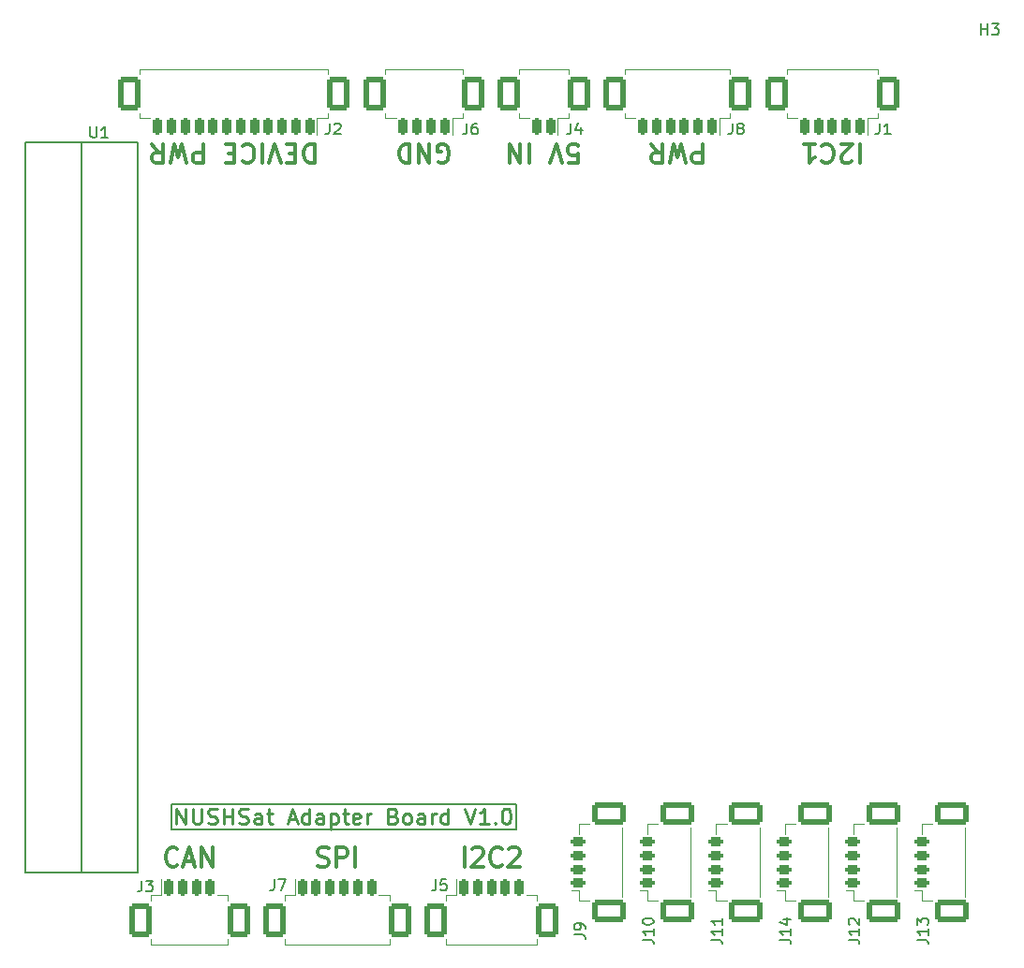
<source format=gto>
%TF.GenerationSoftware,KiCad,Pcbnew,(6.0.7)*%
%TF.CreationDate,2022-08-26T15:30:49+08:00*%
%TF.ProjectId,adapter_board,61646170-7465-4725-9f62-6f6172642e6b,rev?*%
%TF.SameCoordinates,Original*%
%TF.FileFunction,Legend,Top*%
%TF.FilePolarity,Positive*%
%FSLAX46Y46*%
G04 Gerber Fmt 4.6, Leading zero omitted, Abs format (unit mm)*
G04 Created by KiCad (PCBNEW (6.0.7)) date 2022-08-26 15:30:49*
%MOMM*%
%LPD*%
G01*
G04 APERTURE LIST*
G04 Aperture macros list*
%AMRoundRect*
0 Rectangle with rounded corners*
0 $1 Rounding radius*
0 $2 $3 $4 $5 $6 $7 $8 $9 X,Y pos of 4 corners*
0 Add a 4 corners polygon primitive as box body*
4,1,4,$2,$3,$4,$5,$6,$7,$8,$9,$2,$3,0*
0 Add four circle primitives for the rounded corners*
1,1,$1+$1,$2,$3*
1,1,$1+$1,$4,$5*
1,1,$1+$1,$6,$7*
1,1,$1+$1,$8,$9*
0 Add four rect primitives between the rounded corners*
20,1,$1+$1,$2,$3,$4,$5,0*
20,1,$1+$1,$4,$5,$6,$7,0*
20,1,$1+$1,$6,$7,$8,$9,0*
20,1,$1+$1,$8,$9,$2,$3,0*%
G04 Aperture macros list end*
%ADD10C,0.160000*%
%ADD11C,0.300000*%
%ADD12C,0.220000*%
%ADD13C,0.150000*%
%ADD14C,0.120000*%
%ADD15C,0.200000*%
%ADD16RoundRect,0.200000X0.450000X-0.200000X0.450000X0.200000X-0.450000X0.200000X-0.450000X-0.200000X0*%
%ADD17RoundRect,0.250001X1.249999X-0.799999X1.249999X0.799999X-1.249999X0.799999X-1.249999X-0.799999X0*%
%ADD18RoundRect,0.200000X-0.200000X-0.600000X0.200000X-0.600000X0.200000X0.600000X-0.200000X0.600000X0*%
%ADD19RoundRect,0.250001X-0.799999X-1.249999X0.799999X-1.249999X0.799999X1.249999X-0.799999X1.249999X0*%
%ADD20RoundRect,0.200000X0.200000X0.600000X-0.200000X0.600000X-0.200000X-0.600000X0.200000X-0.600000X0*%
%ADD21RoundRect,0.250001X0.799999X1.249999X-0.799999X1.249999X-0.799999X-1.249999X0.799999X-1.249999X0*%
%ADD22C,5.600000*%
%ADD23R,1.600000X1.600000*%
%ADD24C,1.600000*%
G04 APERTURE END LIST*
D10*
X125000000Y-119000000D02*
X156100000Y-119000000D01*
X156100000Y-119000000D02*
X156100000Y-121300000D01*
X156100000Y-121300000D02*
X125000000Y-121300000D01*
X125000000Y-121300000D02*
X125000000Y-119000000D01*
D11*
X151430952Y-124669047D02*
X151430952Y-122969047D01*
X152159523Y-123130952D02*
X152240476Y-123050000D01*
X152402380Y-122969047D01*
X152807142Y-122969047D01*
X152969047Y-123050000D01*
X153050000Y-123130952D01*
X153130952Y-123292857D01*
X153130952Y-123454761D01*
X153050000Y-123697619D01*
X152078571Y-124669047D01*
X153130952Y-124669047D01*
X154830952Y-124507142D02*
X154750000Y-124588095D01*
X154507142Y-124669047D01*
X154345238Y-124669047D01*
X154102380Y-124588095D01*
X153940476Y-124426190D01*
X153859523Y-124264285D01*
X153778571Y-123940476D01*
X153778571Y-123697619D01*
X153859523Y-123373809D01*
X153940476Y-123211904D01*
X154102380Y-123050000D01*
X154345238Y-122969047D01*
X154507142Y-122969047D01*
X154750000Y-123050000D01*
X154830952Y-123130952D01*
X155478571Y-123130952D02*
X155559523Y-123050000D01*
X155721428Y-122969047D01*
X156126190Y-122969047D01*
X156288095Y-123050000D01*
X156369047Y-123130952D01*
X156450000Y-123292857D01*
X156450000Y-123454761D01*
X156369047Y-123697619D01*
X155397619Y-124669047D01*
X156450000Y-124669047D01*
X160866666Y-61030952D02*
X161676190Y-61030952D01*
X161757142Y-60221428D01*
X161676190Y-60302380D01*
X161514285Y-60383333D01*
X161109523Y-60383333D01*
X160947619Y-60302380D01*
X160866666Y-60221428D01*
X160785714Y-60059523D01*
X160785714Y-59654761D01*
X160866666Y-59492857D01*
X160947619Y-59411904D01*
X161109523Y-59330952D01*
X161514285Y-59330952D01*
X161676190Y-59411904D01*
X161757142Y-59492857D01*
X160300000Y-61030952D02*
X159733333Y-59330952D01*
X159166666Y-61030952D01*
X157304761Y-59330952D02*
X157304761Y-61030952D01*
X156495238Y-59330952D02*
X156495238Y-61030952D01*
X155523809Y-59330952D01*
X155523809Y-61030952D01*
X149095237Y-60950000D02*
X149257141Y-61030952D01*
X149499999Y-61030952D01*
X149742856Y-60950000D01*
X149904760Y-60788095D01*
X149985713Y-60626190D01*
X150066665Y-60302380D01*
X150066665Y-60059523D01*
X149985713Y-59735714D01*
X149904760Y-59573809D01*
X149742856Y-59411904D01*
X149499999Y-59330952D01*
X149338094Y-59330952D01*
X149095237Y-59411904D01*
X149014284Y-59492857D01*
X149014284Y-60059523D01*
X149338094Y-60059523D01*
X148285713Y-59330952D02*
X148285713Y-61030952D01*
X147314284Y-59330952D01*
X147314284Y-61030952D01*
X146504760Y-59330952D02*
X146504760Y-61030952D01*
X146099999Y-61030952D01*
X145857141Y-60950000D01*
X145695237Y-60788095D01*
X145614284Y-60626190D01*
X145533332Y-60302380D01*
X145533332Y-60059523D01*
X145614284Y-59735714D01*
X145695237Y-59573809D01*
X145857141Y-59411904D01*
X146099999Y-59330952D01*
X146504760Y-59330952D01*
X138184523Y-124588095D02*
X138427380Y-124669047D01*
X138832142Y-124669047D01*
X138994047Y-124588095D01*
X139075000Y-124507142D01*
X139155952Y-124345238D01*
X139155952Y-124183333D01*
X139075000Y-124021428D01*
X138994047Y-123940476D01*
X138832142Y-123859523D01*
X138508333Y-123778571D01*
X138346428Y-123697619D01*
X138265476Y-123616666D01*
X138184523Y-123454761D01*
X138184523Y-123292857D01*
X138265476Y-123130952D01*
X138346428Y-123050000D01*
X138508333Y-122969047D01*
X138913095Y-122969047D01*
X139155952Y-123050000D01*
X139884523Y-124669047D02*
X139884523Y-122969047D01*
X140532142Y-122969047D01*
X140694047Y-123050000D01*
X140775000Y-123130952D01*
X140855952Y-123292857D01*
X140855952Y-123535714D01*
X140775000Y-123697619D01*
X140694047Y-123778571D01*
X140532142Y-123859523D01*
X139884523Y-123859523D01*
X141584523Y-124669047D02*
X141584523Y-122969047D01*
X172966666Y-59330952D02*
X172966666Y-61030952D01*
X172319047Y-61030952D01*
X172157142Y-60950000D01*
X172076190Y-60869047D01*
X171995238Y-60707142D01*
X171995238Y-60464285D01*
X172076190Y-60302380D01*
X172157142Y-60221428D01*
X172319047Y-60140476D01*
X172966666Y-60140476D01*
X171428571Y-61030952D02*
X171023809Y-59330952D01*
X170700000Y-60545238D01*
X170376190Y-59330952D01*
X169971428Y-61030952D01*
X168352380Y-59330952D02*
X168919047Y-60140476D01*
X169323809Y-59330952D02*
X169323809Y-61030952D01*
X168676190Y-61030952D01*
X168514285Y-60950000D01*
X168433333Y-60869047D01*
X168352380Y-60707142D01*
X168352380Y-60464285D01*
X168433333Y-60302380D01*
X168514285Y-60221428D01*
X168676190Y-60140476D01*
X169323809Y-60140476D01*
X187169047Y-59330952D02*
X187169047Y-61030952D01*
X186440476Y-60869047D02*
X186359523Y-60950000D01*
X186197619Y-61030952D01*
X185792857Y-61030952D01*
X185630952Y-60950000D01*
X185550000Y-60869047D01*
X185469047Y-60707142D01*
X185469047Y-60545238D01*
X185550000Y-60302380D01*
X186521428Y-59330952D01*
X185469047Y-59330952D01*
X183769047Y-59492857D02*
X183850000Y-59411904D01*
X184092857Y-59330952D01*
X184254761Y-59330952D01*
X184497619Y-59411904D01*
X184659523Y-59573809D01*
X184740476Y-59735714D01*
X184821428Y-60059523D01*
X184821428Y-60302380D01*
X184740476Y-60626190D01*
X184659523Y-60788095D01*
X184497619Y-60950000D01*
X184254761Y-61030952D01*
X184092857Y-61030952D01*
X183850000Y-60950000D01*
X183769047Y-60869047D01*
X182150000Y-59330952D02*
X183121428Y-59330952D01*
X182635714Y-59330952D02*
X182635714Y-61030952D01*
X182797619Y-60788095D01*
X182959523Y-60626190D01*
X183121428Y-60545238D01*
X125507142Y-124507142D02*
X125426190Y-124588095D01*
X125183333Y-124669047D01*
X125021428Y-124669047D01*
X124778571Y-124588095D01*
X124616666Y-124426190D01*
X124535714Y-124264285D01*
X124454761Y-123940476D01*
X124454761Y-123697619D01*
X124535714Y-123373809D01*
X124616666Y-123211904D01*
X124778571Y-123050000D01*
X125021428Y-122969047D01*
X125183333Y-122969047D01*
X125426190Y-123050000D01*
X125507142Y-123130952D01*
X126154761Y-124183333D02*
X126964285Y-124183333D01*
X125992857Y-124669047D02*
X126559523Y-122969047D01*
X127126190Y-124669047D01*
X127692857Y-124669047D02*
X127692857Y-122969047D01*
X128664285Y-124669047D01*
X128664285Y-122969047D01*
D12*
X125433333Y-120833333D02*
X125433333Y-119433333D01*
X126233333Y-120833333D01*
X126233333Y-119433333D01*
X126900000Y-119433333D02*
X126900000Y-120566666D01*
X126966666Y-120700000D01*
X127033333Y-120766666D01*
X127166666Y-120833333D01*
X127433333Y-120833333D01*
X127566666Y-120766666D01*
X127633333Y-120700000D01*
X127700000Y-120566666D01*
X127700000Y-119433333D01*
X128300000Y-120766666D02*
X128500000Y-120833333D01*
X128833333Y-120833333D01*
X128966666Y-120766666D01*
X129033333Y-120700000D01*
X129100000Y-120566666D01*
X129100000Y-120433333D01*
X129033333Y-120300000D01*
X128966666Y-120233333D01*
X128833333Y-120166666D01*
X128566666Y-120100000D01*
X128433333Y-120033333D01*
X128366666Y-119966666D01*
X128300000Y-119833333D01*
X128300000Y-119700000D01*
X128366666Y-119566666D01*
X128433333Y-119500000D01*
X128566666Y-119433333D01*
X128900000Y-119433333D01*
X129100000Y-119500000D01*
X129700000Y-120833333D02*
X129700000Y-119433333D01*
X129700000Y-120100000D02*
X130500000Y-120100000D01*
X130500000Y-120833333D02*
X130500000Y-119433333D01*
X131100000Y-120766666D02*
X131300000Y-120833333D01*
X131633333Y-120833333D01*
X131766666Y-120766666D01*
X131833333Y-120700000D01*
X131900000Y-120566666D01*
X131900000Y-120433333D01*
X131833333Y-120300000D01*
X131766666Y-120233333D01*
X131633333Y-120166666D01*
X131366666Y-120100000D01*
X131233333Y-120033333D01*
X131166666Y-119966666D01*
X131100000Y-119833333D01*
X131100000Y-119700000D01*
X131166666Y-119566666D01*
X131233333Y-119500000D01*
X131366666Y-119433333D01*
X131700000Y-119433333D01*
X131900000Y-119500000D01*
X133100000Y-120833333D02*
X133100000Y-120100000D01*
X133033333Y-119966666D01*
X132900000Y-119900000D01*
X132633333Y-119900000D01*
X132500000Y-119966666D01*
X133100000Y-120766666D02*
X132966666Y-120833333D01*
X132633333Y-120833333D01*
X132500000Y-120766666D01*
X132433333Y-120633333D01*
X132433333Y-120500000D01*
X132500000Y-120366666D01*
X132633333Y-120300000D01*
X132966666Y-120300000D01*
X133100000Y-120233333D01*
X133566666Y-119900000D02*
X134100000Y-119900000D01*
X133766666Y-119433333D02*
X133766666Y-120633333D01*
X133833333Y-120766666D01*
X133966666Y-120833333D01*
X134100000Y-120833333D01*
X135566666Y-120433333D02*
X136233333Y-120433333D01*
X135433333Y-120833333D02*
X135900000Y-119433333D01*
X136366666Y-120833333D01*
X137433333Y-120833333D02*
X137433333Y-119433333D01*
X137433333Y-120766666D02*
X137300000Y-120833333D01*
X137033333Y-120833333D01*
X136900000Y-120766666D01*
X136833333Y-120700000D01*
X136766666Y-120566666D01*
X136766666Y-120166666D01*
X136833333Y-120033333D01*
X136900000Y-119966666D01*
X137033333Y-119900000D01*
X137300000Y-119900000D01*
X137433333Y-119966666D01*
X138700000Y-120833333D02*
X138700000Y-120100000D01*
X138633333Y-119966666D01*
X138500000Y-119900000D01*
X138233333Y-119900000D01*
X138100000Y-119966666D01*
X138700000Y-120766666D02*
X138566666Y-120833333D01*
X138233333Y-120833333D01*
X138100000Y-120766666D01*
X138033333Y-120633333D01*
X138033333Y-120500000D01*
X138100000Y-120366666D01*
X138233333Y-120300000D01*
X138566666Y-120300000D01*
X138700000Y-120233333D01*
X139366666Y-119900000D02*
X139366666Y-121300000D01*
X139366666Y-119966666D02*
X139500000Y-119900000D01*
X139766666Y-119900000D01*
X139900000Y-119966666D01*
X139966666Y-120033333D01*
X140033333Y-120166666D01*
X140033333Y-120566666D01*
X139966666Y-120700000D01*
X139900000Y-120766666D01*
X139766666Y-120833333D01*
X139500000Y-120833333D01*
X139366666Y-120766666D01*
X140433333Y-119900000D02*
X140966666Y-119900000D01*
X140633333Y-119433333D02*
X140633333Y-120633333D01*
X140700000Y-120766666D01*
X140833333Y-120833333D01*
X140966666Y-120833333D01*
X141966666Y-120766666D02*
X141833333Y-120833333D01*
X141566666Y-120833333D01*
X141433333Y-120766666D01*
X141366666Y-120633333D01*
X141366666Y-120100000D01*
X141433333Y-119966666D01*
X141566666Y-119900000D01*
X141833333Y-119900000D01*
X141966666Y-119966666D01*
X142033333Y-120100000D01*
X142033333Y-120233333D01*
X141366666Y-120366666D01*
X142633333Y-120833333D02*
X142633333Y-119900000D01*
X142633333Y-120166666D02*
X142700000Y-120033333D01*
X142766666Y-119966666D01*
X142900000Y-119900000D01*
X143033333Y-119900000D01*
X145033333Y-120100000D02*
X145233333Y-120166666D01*
X145300000Y-120233333D01*
X145366666Y-120366666D01*
X145366666Y-120566666D01*
X145300000Y-120700000D01*
X145233333Y-120766666D01*
X145100000Y-120833333D01*
X144566666Y-120833333D01*
X144566666Y-119433333D01*
X145033333Y-119433333D01*
X145166666Y-119500000D01*
X145233333Y-119566666D01*
X145300000Y-119700000D01*
X145300000Y-119833333D01*
X145233333Y-119966666D01*
X145166666Y-120033333D01*
X145033333Y-120100000D01*
X144566666Y-120100000D01*
X146166666Y-120833333D02*
X146033333Y-120766666D01*
X145966666Y-120700000D01*
X145900000Y-120566666D01*
X145900000Y-120166666D01*
X145966666Y-120033333D01*
X146033333Y-119966666D01*
X146166666Y-119900000D01*
X146366666Y-119900000D01*
X146500000Y-119966666D01*
X146566666Y-120033333D01*
X146633333Y-120166666D01*
X146633333Y-120566666D01*
X146566666Y-120700000D01*
X146500000Y-120766666D01*
X146366666Y-120833333D01*
X146166666Y-120833333D01*
X147833333Y-120833333D02*
X147833333Y-120100000D01*
X147766666Y-119966666D01*
X147633333Y-119900000D01*
X147366666Y-119900000D01*
X147233333Y-119966666D01*
X147833333Y-120766666D02*
X147700000Y-120833333D01*
X147366666Y-120833333D01*
X147233333Y-120766666D01*
X147166666Y-120633333D01*
X147166666Y-120500000D01*
X147233333Y-120366666D01*
X147366666Y-120300000D01*
X147700000Y-120300000D01*
X147833333Y-120233333D01*
X148500000Y-120833333D02*
X148500000Y-119900000D01*
X148500000Y-120166666D02*
X148566666Y-120033333D01*
X148633333Y-119966666D01*
X148766666Y-119900000D01*
X148900000Y-119900000D01*
X149966666Y-120833333D02*
X149966666Y-119433333D01*
X149966666Y-120766666D02*
X149833333Y-120833333D01*
X149566666Y-120833333D01*
X149433333Y-120766666D01*
X149366666Y-120700000D01*
X149300000Y-120566666D01*
X149300000Y-120166666D01*
X149366666Y-120033333D01*
X149433333Y-119966666D01*
X149566666Y-119900000D01*
X149833333Y-119900000D01*
X149966666Y-119966666D01*
X151500000Y-119433333D02*
X151966666Y-120833333D01*
X152433333Y-119433333D01*
X153633333Y-120833333D02*
X152833333Y-120833333D01*
X153233333Y-120833333D02*
X153233333Y-119433333D01*
X153100000Y-119633333D01*
X152966666Y-119766666D01*
X152833333Y-119833333D01*
X154233333Y-120700000D02*
X154300000Y-120766666D01*
X154233333Y-120833333D01*
X154166666Y-120766666D01*
X154233333Y-120700000D01*
X154233333Y-120833333D01*
X155166666Y-119433333D02*
X155300000Y-119433333D01*
X155433333Y-119500000D01*
X155500000Y-119566666D01*
X155566666Y-119700000D01*
X155633333Y-119966666D01*
X155633333Y-120300000D01*
X155566666Y-120566666D01*
X155500000Y-120700000D01*
X155433333Y-120766666D01*
X155300000Y-120833333D01*
X155166666Y-120833333D01*
X155033333Y-120766666D01*
X154966666Y-120700000D01*
X154900000Y-120566666D01*
X154833333Y-120300000D01*
X154833333Y-119966666D01*
X154900000Y-119700000D01*
X154966666Y-119566666D01*
X155033333Y-119500000D01*
X155166666Y-119433333D01*
D11*
X137885713Y-59330952D02*
X137885713Y-61030952D01*
X137480951Y-61030952D01*
X137238094Y-60950000D01*
X137076189Y-60788095D01*
X136995237Y-60626190D01*
X136914284Y-60302380D01*
X136914284Y-60059523D01*
X136995237Y-59735714D01*
X137076189Y-59573809D01*
X137238094Y-59411904D01*
X137480951Y-59330952D01*
X137885713Y-59330952D01*
X136185713Y-60221428D02*
X135619046Y-60221428D01*
X135376189Y-59330952D02*
X136185713Y-59330952D01*
X136185713Y-61030952D01*
X135376189Y-61030952D01*
X134890475Y-61030952D02*
X134323808Y-59330952D01*
X133757141Y-61030952D01*
X133190475Y-59330952D02*
X133190475Y-61030952D01*
X131409522Y-59492857D02*
X131490475Y-59411904D01*
X131733332Y-59330952D01*
X131895237Y-59330952D01*
X132138094Y-59411904D01*
X132299999Y-59573809D01*
X132380951Y-59735714D01*
X132461903Y-60059523D01*
X132461903Y-60302380D01*
X132380951Y-60626190D01*
X132299999Y-60788095D01*
X132138094Y-60950000D01*
X131895237Y-61030952D01*
X131733332Y-61030952D01*
X131490475Y-60950000D01*
X131409522Y-60869047D01*
X130680951Y-60221428D02*
X130114284Y-60221428D01*
X129871427Y-59330952D02*
X130680951Y-59330952D01*
X130680951Y-61030952D01*
X129871427Y-61030952D01*
X127847618Y-59330952D02*
X127847618Y-61030952D01*
X127199999Y-61030952D01*
X127038094Y-60950000D01*
X126957141Y-60869047D01*
X126876189Y-60707142D01*
X126876189Y-60464285D01*
X126957141Y-60302380D01*
X127038094Y-60221428D01*
X127199999Y-60140476D01*
X127847618Y-60140476D01*
X126309522Y-61030952D02*
X125904760Y-59330952D01*
X125580951Y-60545238D01*
X125257141Y-59330952D01*
X124852379Y-61030952D01*
X123233332Y-59330952D02*
X123799999Y-60140476D01*
X124204760Y-59330952D02*
X124204760Y-61030952D01*
X123557141Y-61030952D01*
X123395237Y-60950000D01*
X123314284Y-60869047D01*
X123233332Y-60707142D01*
X123233332Y-60464285D01*
X123314284Y-60302380D01*
X123395237Y-60221428D01*
X123557141Y-60140476D01*
X124204760Y-60140476D01*
D13*
%TO.C,J9*%
X161352380Y-130833333D02*
X162066666Y-130833333D01*
X162209523Y-130880952D01*
X162304761Y-130976190D01*
X162352380Y-131119047D01*
X162352380Y-131214285D01*
X162352380Y-130309523D02*
X162352380Y-130119047D01*
X162304761Y-130023809D01*
X162257142Y-129976190D01*
X162114285Y-129880952D01*
X161923809Y-129833333D01*
X161542857Y-129833333D01*
X161447619Y-129880952D01*
X161400000Y-129928571D01*
X161352380Y-130023809D01*
X161352380Y-130214285D01*
X161400000Y-130309523D01*
X161447619Y-130357142D01*
X161542857Y-130404761D01*
X161780952Y-130404761D01*
X161876190Y-130357142D01*
X161923809Y-130309523D01*
X161971428Y-130214285D01*
X161971428Y-130023809D01*
X161923809Y-129928571D01*
X161876190Y-129880952D01*
X161780952Y-129833333D01*
%TO.C,J14*%
X179952380Y-131309523D02*
X180666666Y-131309523D01*
X180809523Y-131357142D01*
X180904761Y-131452380D01*
X180952380Y-131595238D01*
X180952380Y-131690476D01*
X180952380Y-130309523D02*
X180952380Y-130880952D01*
X180952380Y-130595238D02*
X179952380Y-130595238D01*
X180095238Y-130690476D01*
X180190476Y-130785714D01*
X180238095Y-130880952D01*
X180285714Y-129452380D02*
X180952380Y-129452380D01*
X179904761Y-129690476D02*
X180619047Y-129928571D01*
X180619047Y-129309523D01*
%TO.C,J7*%
X134266666Y-125852380D02*
X134266666Y-126566666D01*
X134219047Y-126709523D01*
X134123809Y-126804761D01*
X133980952Y-126852380D01*
X133885714Y-126852380D01*
X134647619Y-125852380D02*
X135314285Y-125852380D01*
X134885714Y-126852380D01*
%TO.C,J1*%
X188966666Y-57452380D02*
X188966666Y-58166666D01*
X188919047Y-58309523D01*
X188823809Y-58404761D01*
X188680952Y-58452380D01*
X188585714Y-58452380D01*
X189966666Y-58452380D02*
X189395238Y-58452380D01*
X189680952Y-58452380D02*
X189680952Y-57452380D01*
X189585714Y-57595238D01*
X189490476Y-57690476D01*
X189395238Y-57738095D01*
%TO.C,J2*%
X139266666Y-57452380D02*
X139266666Y-58166666D01*
X139219047Y-58309523D01*
X139123809Y-58404761D01*
X138980952Y-58452380D01*
X138885714Y-58452380D01*
X139695238Y-57547619D02*
X139742857Y-57500000D01*
X139838095Y-57452380D01*
X140076190Y-57452380D01*
X140171428Y-57500000D01*
X140219047Y-57547619D01*
X140266666Y-57642857D01*
X140266666Y-57738095D01*
X140219047Y-57880952D01*
X139647619Y-58452380D01*
X140266666Y-58452380D01*
%TO.C,H3*%
X198151439Y-49465603D02*
X198151439Y-48465603D01*
X198151439Y-48941794D02*
X198722867Y-48941794D01*
X198722867Y-49465603D02*
X198722867Y-48465603D01*
X199103820Y-48465603D02*
X199722867Y-48465603D01*
X199389534Y-48846556D01*
X199532391Y-48846556D01*
X199627629Y-48894175D01*
X199675248Y-48941794D01*
X199722867Y-49037032D01*
X199722867Y-49275127D01*
X199675248Y-49370365D01*
X199627629Y-49417984D01*
X199532391Y-49465603D01*
X199246677Y-49465603D01*
X199151439Y-49417984D01*
X199103820Y-49370365D01*
%TO.C,J4*%
X161066666Y-57452380D02*
X161066666Y-58166666D01*
X161019047Y-58309523D01*
X160923809Y-58404761D01*
X160780952Y-58452380D01*
X160685714Y-58452380D01*
X161971428Y-57785714D02*
X161971428Y-58452380D01*
X161733333Y-57404761D02*
X161495238Y-58119047D01*
X162114285Y-58119047D01*
%TO.C,J8*%
X175666666Y-57452380D02*
X175666666Y-58166666D01*
X175619047Y-58309523D01*
X175523809Y-58404761D01*
X175380952Y-58452380D01*
X175285714Y-58452380D01*
X176285714Y-57880952D02*
X176190476Y-57833333D01*
X176142857Y-57785714D01*
X176095238Y-57690476D01*
X176095238Y-57642857D01*
X176142857Y-57547619D01*
X176190476Y-57500000D01*
X176285714Y-57452380D01*
X176476190Y-57452380D01*
X176571428Y-57500000D01*
X176619047Y-57547619D01*
X176666666Y-57642857D01*
X176666666Y-57690476D01*
X176619047Y-57785714D01*
X176571428Y-57833333D01*
X176476190Y-57880952D01*
X176285714Y-57880952D01*
X176190476Y-57928571D01*
X176142857Y-57976190D01*
X176095238Y-58071428D01*
X176095238Y-58261904D01*
X176142857Y-58357142D01*
X176190476Y-58404761D01*
X176285714Y-58452380D01*
X176476190Y-58452380D01*
X176571428Y-58404761D01*
X176619047Y-58357142D01*
X176666666Y-58261904D01*
X176666666Y-58071428D01*
X176619047Y-57976190D01*
X176571428Y-57928571D01*
X176476190Y-57880952D01*
%TO.C,J3*%
X122266666Y-125952380D02*
X122266666Y-126666666D01*
X122219047Y-126809523D01*
X122123809Y-126904761D01*
X121980952Y-126952380D01*
X121885714Y-126952380D01*
X122647619Y-125952380D02*
X123266666Y-125952380D01*
X122933333Y-126333333D01*
X123076190Y-126333333D01*
X123171428Y-126380952D01*
X123219047Y-126428571D01*
X123266666Y-126523809D01*
X123266666Y-126761904D01*
X123219047Y-126857142D01*
X123171428Y-126904761D01*
X123076190Y-126952380D01*
X122790476Y-126952380D01*
X122695238Y-126904761D01*
X122647619Y-126857142D01*
%TO.C,U1*%
X117638095Y-57752380D02*
X117638095Y-58561904D01*
X117685714Y-58657142D01*
X117733333Y-58704761D01*
X117828571Y-58752380D01*
X118019047Y-58752380D01*
X118114285Y-58704761D01*
X118161904Y-58657142D01*
X118209523Y-58561904D01*
X118209523Y-57752380D01*
X119209523Y-58752380D02*
X118638095Y-58752380D01*
X118923809Y-58752380D02*
X118923809Y-57752380D01*
X118828571Y-57895238D01*
X118733333Y-57990476D01*
X118638095Y-58038095D01*
%TO.C,J13*%
X192352380Y-131309523D02*
X193066666Y-131309523D01*
X193209523Y-131357142D01*
X193304761Y-131452380D01*
X193352380Y-131595238D01*
X193352380Y-131690476D01*
X193352380Y-130309523D02*
X193352380Y-130880952D01*
X193352380Y-130595238D02*
X192352380Y-130595238D01*
X192495238Y-130690476D01*
X192590476Y-130785714D01*
X192638095Y-130880952D01*
X192352380Y-129976190D02*
X192352380Y-129357142D01*
X192733333Y-129690476D01*
X192733333Y-129547619D01*
X192780952Y-129452380D01*
X192828571Y-129404761D01*
X192923809Y-129357142D01*
X193161904Y-129357142D01*
X193257142Y-129404761D01*
X193304761Y-129452380D01*
X193352380Y-129547619D01*
X193352380Y-129833333D01*
X193304761Y-129928571D01*
X193257142Y-129976190D01*
%TO.C,J6*%
X151666666Y-57452380D02*
X151666666Y-58166666D01*
X151619047Y-58309523D01*
X151523809Y-58404761D01*
X151380952Y-58452380D01*
X151285714Y-58452380D01*
X152571428Y-57452380D02*
X152380952Y-57452380D01*
X152285714Y-57500000D01*
X152238095Y-57547619D01*
X152142857Y-57690476D01*
X152095238Y-57880952D01*
X152095238Y-58261904D01*
X152142857Y-58357142D01*
X152190476Y-58404761D01*
X152285714Y-58452380D01*
X152476190Y-58452380D01*
X152571428Y-58404761D01*
X152619047Y-58357142D01*
X152666666Y-58261904D01*
X152666666Y-58023809D01*
X152619047Y-57928571D01*
X152571428Y-57880952D01*
X152476190Y-57833333D01*
X152285714Y-57833333D01*
X152190476Y-57880952D01*
X152142857Y-57928571D01*
X152095238Y-58023809D01*
%TO.C,J10*%
X167552380Y-131309523D02*
X168266666Y-131309523D01*
X168409523Y-131357142D01*
X168504761Y-131452380D01*
X168552380Y-131595238D01*
X168552380Y-131690476D01*
X168552380Y-130309523D02*
X168552380Y-130880952D01*
X168552380Y-130595238D02*
X167552380Y-130595238D01*
X167695238Y-130690476D01*
X167790476Y-130785714D01*
X167838095Y-130880952D01*
X167552380Y-129690476D02*
X167552380Y-129595238D01*
X167600000Y-129500000D01*
X167647619Y-129452380D01*
X167742857Y-129404761D01*
X167933333Y-129357142D01*
X168171428Y-129357142D01*
X168361904Y-129404761D01*
X168457142Y-129452380D01*
X168504761Y-129500000D01*
X168552380Y-129595238D01*
X168552380Y-129690476D01*
X168504761Y-129785714D01*
X168457142Y-129833333D01*
X168361904Y-129880952D01*
X168171428Y-129928571D01*
X167933333Y-129928571D01*
X167742857Y-129880952D01*
X167647619Y-129833333D01*
X167600000Y-129785714D01*
X167552380Y-129690476D01*
%TO.C,J11*%
X173752380Y-131309523D02*
X174466666Y-131309523D01*
X174609523Y-131357142D01*
X174704761Y-131452380D01*
X174752380Y-131595238D01*
X174752380Y-131690476D01*
X174752380Y-130309523D02*
X174752380Y-130880952D01*
X174752380Y-130595238D02*
X173752380Y-130595238D01*
X173895238Y-130690476D01*
X173990476Y-130785714D01*
X174038095Y-130880952D01*
X174752380Y-129357142D02*
X174752380Y-129928571D01*
X174752380Y-129642857D02*
X173752380Y-129642857D01*
X173895238Y-129738095D01*
X173990476Y-129833333D01*
X174038095Y-129928571D01*
%TO.C,J5*%
X148866666Y-125852380D02*
X148866666Y-126566666D01*
X148819047Y-126709523D01*
X148723809Y-126804761D01*
X148580952Y-126852380D01*
X148485714Y-126852380D01*
X149819047Y-125852380D02*
X149342857Y-125852380D01*
X149295238Y-126328571D01*
X149342857Y-126280952D01*
X149438095Y-126233333D01*
X149676190Y-126233333D01*
X149771428Y-126280952D01*
X149819047Y-126328571D01*
X149866666Y-126423809D01*
X149866666Y-126661904D01*
X149819047Y-126757142D01*
X149771428Y-126804761D01*
X149676190Y-126852380D01*
X149438095Y-126852380D01*
X149342857Y-126804761D01*
X149295238Y-126757142D01*
%TO.C,J12*%
X186152380Y-131309523D02*
X186866666Y-131309523D01*
X187009523Y-131357142D01*
X187104761Y-131452380D01*
X187152380Y-131595238D01*
X187152380Y-131690476D01*
X187152380Y-130309523D02*
X187152380Y-130880952D01*
X187152380Y-130595238D02*
X186152380Y-130595238D01*
X186295238Y-130690476D01*
X186390476Y-130785714D01*
X186438095Y-130880952D01*
X186247619Y-129928571D02*
X186200000Y-129880952D01*
X186152380Y-129785714D01*
X186152380Y-129547619D01*
X186200000Y-129452380D01*
X186247619Y-129404761D01*
X186342857Y-129357142D01*
X186438095Y-129357142D01*
X186580952Y-129404761D01*
X187152380Y-129976190D01*
X187152380Y-129357142D01*
D14*
%TO.C,J9*%
X162740000Y-127785000D02*
X161790000Y-127785000D01*
X161790000Y-120815000D02*
X161790000Y-121765000D01*
X162740000Y-120815000D02*
X161790000Y-120815000D01*
X161790000Y-127785000D02*
X161790000Y-126835000D01*
X165710000Y-127415000D02*
X165710000Y-121185000D01*
X161790000Y-126835000D02*
X161100000Y-126835000D01*
%TO.C,J14*%
X180390000Y-127785000D02*
X180390000Y-126835000D01*
X180390000Y-120815000D02*
X180390000Y-121765000D01*
X184310000Y-127415000D02*
X184310000Y-121185000D01*
X181340000Y-120815000D02*
X180390000Y-120815000D01*
X181340000Y-127785000D02*
X180390000Y-127785000D01*
X180390000Y-126835000D02*
X179700000Y-126835000D01*
%TO.C,J7*%
X135190000Y-131260000D02*
X135190000Y-131710000D01*
X136140000Y-127290000D02*
X136140000Y-125800000D01*
X135190000Y-127740000D02*
X135190000Y-127290000D01*
X135190000Y-127290000D02*
X136140000Y-127290000D01*
X144660000Y-131710000D02*
X144660000Y-131260000D01*
X135190000Y-131710000D02*
X144660000Y-131710000D01*
X144660000Y-127740000D02*
X144660000Y-127290000D01*
X144660000Y-127290000D02*
X143710000Y-127290000D01*
%TO.C,J1*%
X188810000Y-57010000D02*
X187860000Y-57010000D01*
X180590000Y-57010000D02*
X181540000Y-57010000D01*
X188810000Y-56560000D02*
X188810000Y-57010000D01*
X180590000Y-56560000D02*
X180590000Y-57010000D01*
X188810000Y-53040000D02*
X188810000Y-52590000D01*
X180590000Y-52590000D02*
X180590000Y-53040000D01*
X188810000Y-52590000D02*
X180590000Y-52590000D01*
X187860000Y-57010000D02*
X187860000Y-58500000D01*
%TO.C,J2*%
X138135000Y-57010000D02*
X138135000Y-58500000D01*
X122115000Y-56560000D02*
X122115000Y-57010000D01*
X139085000Y-57010000D02*
X138135000Y-57010000D01*
X122115000Y-52590000D02*
X122115000Y-53040000D01*
X139085000Y-52590000D02*
X122115000Y-52590000D01*
X139085000Y-56560000D02*
X139085000Y-57010000D01*
X139085000Y-53040000D02*
X139085000Y-52590000D01*
X122115000Y-57010000D02*
X123065000Y-57010000D01*
%TO.C,J4*%
X160835000Y-56560000D02*
X160835000Y-57010000D01*
X160835000Y-52590000D02*
X156365000Y-52590000D01*
X156365000Y-52590000D02*
X156365000Y-53040000D01*
X160835000Y-53040000D02*
X160835000Y-52590000D01*
X160835000Y-57010000D02*
X159885000Y-57010000D01*
X159885000Y-57010000D02*
X159885000Y-58500000D01*
X156365000Y-56560000D02*
X156365000Y-57010000D01*
X156365000Y-57010000D02*
X157315000Y-57010000D01*
%TO.C,J8*%
X165965000Y-52590000D02*
X165965000Y-53040000D01*
X175435000Y-56560000D02*
X175435000Y-57010000D01*
X174485000Y-57010000D02*
X174485000Y-58500000D01*
X175435000Y-53040000D02*
X175435000Y-52590000D01*
X165965000Y-57010000D02*
X166915000Y-57010000D01*
X165965000Y-56560000D02*
X165965000Y-57010000D01*
X175435000Y-52590000D02*
X165965000Y-52590000D01*
X175435000Y-57010000D02*
X174485000Y-57010000D01*
%TO.C,J3*%
X130085000Y-127740000D02*
X130085000Y-127290000D01*
X130085000Y-127290000D02*
X129135000Y-127290000D01*
X123115000Y-127740000D02*
X123115000Y-127290000D01*
X123115000Y-127290000D02*
X124065000Y-127290000D01*
X123115000Y-131260000D02*
X123115000Y-131710000D01*
X123115000Y-131710000D02*
X130085000Y-131710000D01*
X124065000Y-127290000D02*
X124065000Y-125800000D01*
X130085000Y-131710000D02*
X130085000Y-131260000D01*
D15*
%TO.C,U1*%
X111780000Y-125220000D02*
X111780000Y-59180000D01*
X121940000Y-59180000D02*
X121940000Y-125220000D01*
X111780000Y-59180000D02*
X121940000Y-59180000D01*
X116860000Y-59180000D02*
X116860000Y-125220000D01*
X121940000Y-125220000D02*
X111780000Y-125220000D01*
D14*
%TO.C,J13*%
X193740000Y-120815000D02*
X192790000Y-120815000D01*
X192790000Y-120815000D02*
X192790000Y-121765000D01*
X193740000Y-127785000D02*
X192790000Y-127785000D01*
X192790000Y-127785000D02*
X192790000Y-126835000D01*
X192790000Y-126835000D02*
X192100000Y-126835000D01*
X196710000Y-127415000D02*
X196710000Y-121185000D01*
%TO.C,J6*%
X144315000Y-56560000D02*
X144315000Y-57010000D01*
X144315000Y-52590000D02*
X144315000Y-53040000D01*
X151285000Y-52590000D02*
X144315000Y-52590000D01*
X151285000Y-57010000D02*
X150335000Y-57010000D01*
X144315000Y-57010000D02*
X145265000Y-57010000D01*
X150335000Y-57010000D02*
X150335000Y-58500000D01*
X151285000Y-56560000D02*
X151285000Y-57010000D01*
X151285000Y-53040000D02*
X151285000Y-52590000D01*
%TO.C,J10*%
X168940000Y-127785000D02*
X167990000Y-127785000D01*
X168940000Y-120815000D02*
X167990000Y-120815000D01*
X167990000Y-120815000D02*
X167990000Y-121765000D01*
X167990000Y-127785000D02*
X167990000Y-126835000D01*
X167990000Y-126835000D02*
X167300000Y-126835000D01*
X171910000Y-127415000D02*
X171910000Y-121185000D01*
%TO.C,J11*%
X175140000Y-127785000D02*
X174190000Y-127785000D01*
X174190000Y-127785000D02*
X174190000Y-126835000D01*
X174190000Y-120815000D02*
X174190000Y-121765000D01*
X178110000Y-127415000D02*
X178110000Y-121185000D01*
X174190000Y-126835000D02*
X173500000Y-126835000D01*
X175140000Y-120815000D02*
X174190000Y-120815000D01*
%TO.C,J5*%
X158010000Y-127290000D02*
X157060000Y-127290000D01*
X158010000Y-127740000D02*
X158010000Y-127290000D01*
X149790000Y-131260000D02*
X149790000Y-131710000D01*
X158010000Y-131710000D02*
X158010000Y-131260000D01*
X149790000Y-131710000D02*
X158010000Y-131710000D01*
X149790000Y-127290000D02*
X150740000Y-127290000D01*
X149790000Y-127740000D02*
X149790000Y-127290000D01*
X150740000Y-127290000D02*
X150740000Y-125800000D01*
%TO.C,J12*%
X190510000Y-127415000D02*
X190510000Y-121185000D01*
X187540000Y-127785000D02*
X186590000Y-127785000D01*
X186590000Y-127785000D02*
X186590000Y-126835000D01*
X187540000Y-120815000D02*
X186590000Y-120815000D01*
X186590000Y-120815000D02*
X186590000Y-121765000D01*
X186590000Y-126835000D02*
X185900000Y-126835000D01*
%TD*%
%LPC*%
D16*
%TO.C,J9*%
X161750000Y-126175000D03*
X161750000Y-124925000D03*
X161750000Y-123675000D03*
X161750000Y-122425000D03*
D17*
X164500000Y-119875000D03*
X164500000Y-128725000D03*
%TD*%
D16*
%TO.C,J14*%
X180350000Y-126175000D03*
X180350000Y-124925000D03*
X180350000Y-123675000D03*
X180350000Y-122425000D03*
D17*
X183100000Y-128725000D03*
X183100000Y-119875000D03*
%TD*%
D18*
%TO.C,J7*%
X136800000Y-126600000D03*
X138050000Y-126600000D03*
X139300000Y-126600000D03*
X140550000Y-126600000D03*
X141800000Y-126600000D03*
X143050000Y-126600000D03*
D19*
X134250000Y-129500000D03*
X145600000Y-129500000D03*
%TD*%
D20*
%TO.C,J1*%
X187200000Y-57700000D03*
X185950000Y-57700000D03*
X184700000Y-57700000D03*
X183450000Y-57700000D03*
X182200000Y-57700000D03*
D21*
X189750000Y-54800000D03*
X179650000Y-54800000D03*
%TD*%
D20*
%TO.C,J2*%
X137475000Y-57700000D03*
X136225000Y-57700000D03*
X134975000Y-57700000D03*
X133725000Y-57700000D03*
X132475000Y-57700000D03*
X131225000Y-57700000D03*
X129975000Y-57700000D03*
X128725000Y-57700000D03*
X127475000Y-57700000D03*
X126225000Y-57700000D03*
X124975000Y-57700000D03*
X123725000Y-57700000D03*
D21*
X140025000Y-54800000D03*
X121175000Y-54800000D03*
%TD*%
D22*
%TO.C,H3*%
X198913344Y-52813223D03*
%TD*%
D20*
%TO.C,J4*%
X159225000Y-57700000D03*
X157975000Y-57700000D03*
D21*
X155425000Y-54800000D03*
X161775000Y-54800000D03*
%TD*%
D20*
%TO.C,J8*%
X173825000Y-57700000D03*
X172575000Y-57700000D03*
X171325000Y-57700000D03*
X170075000Y-57700000D03*
X168825000Y-57700000D03*
X167575000Y-57700000D03*
D21*
X165025000Y-54800000D03*
X176375000Y-54800000D03*
%TD*%
D18*
%TO.C,J3*%
X124725000Y-126600000D03*
X125975000Y-126600000D03*
X127225000Y-126600000D03*
X128475000Y-126600000D03*
D19*
X131025000Y-129500000D03*
X122175000Y-129500000D03*
%TD*%
D23*
%TO.C,U1*%
X120670000Y-123950000D03*
D24*
X118130000Y-123950000D03*
X120670000Y-121410000D03*
X118130000Y-121410000D03*
X120670000Y-118870000D03*
X118130000Y-118870000D03*
X120670000Y-116330000D03*
X118130000Y-116330000D03*
X120670000Y-113790000D03*
X118130000Y-113790000D03*
X120670000Y-111250000D03*
X118130000Y-111250000D03*
X120670000Y-108710000D03*
X118130000Y-108710000D03*
X120670000Y-106170000D03*
X118130000Y-106170000D03*
X120670000Y-103630000D03*
X118130000Y-103630000D03*
X120670000Y-101090000D03*
X118130000Y-101090000D03*
X120670000Y-98550000D03*
X118130000Y-98550000D03*
X120670000Y-96010000D03*
X118130000Y-96010000D03*
X120670000Y-93470000D03*
X118130000Y-93470000D03*
X120670000Y-90930000D03*
X118130000Y-90930000D03*
X120670000Y-88390000D03*
X118130000Y-88390000D03*
X120670000Y-85850000D03*
X118130000Y-85850000D03*
X120670000Y-83310000D03*
X118130000Y-83310000D03*
X120670000Y-80770000D03*
X118130000Y-80770000D03*
X120670000Y-78230000D03*
X118130000Y-78230000D03*
X120670000Y-75690000D03*
X118130000Y-75690000D03*
X120670000Y-73150000D03*
X118130000Y-73150000D03*
X120670000Y-70610000D03*
X118130000Y-70610000D03*
X120670000Y-68070000D03*
X118130000Y-68070000D03*
X120670000Y-65530000D03*
X118130000Y-65530000D03*
X120670000Y-62990000D03*
X118130000Y-62990000D03*
X120670000Y-60450000D03*
X118130000Y-60450000D03*
X115590000Y-123950000D03*
X113050000Y-123950000D03*
X115590000Y-121410000D03*
X113050000Y-121410000D03*
X115590000Y-118870000D03*
X113050000Y-118870000D03*
X115590000Y-116330000D03*
X113050000Y-116330000D03*
X115590000Y-113790000D03*
X113050000Y-113790000D03*
X115590000Y-111250000D03*
X113050000Y-111250000D03*
X115590000Y-108710000D03*
X113050000Y-108710000D03*
X115590000Y-106170000D03*
X113050000Y-106170000D03*
X115590000Y-103630000D03*
X113050000Y-103630000D03*
X115590000Y-101090000D03*
X113050000Y-101090000D03*
X115590000Y-98550000D03*
X113050000Y-98550000D03*
X115590000Y-96010000D03*
X113050000Y-96010000D03*
X115590000Y-93470000D03*
X113050000Y-93470000D03*
X115590000Y-90930000D03*
X113050000Y-90930000D03*
X115590000Y-88390000D03*
X113050000Y-88390000D03*
X115590000Y-85850000D03*
X113050000Y-85850000D03*
X115590000Y-83310000D03*
X113050000Y-83310000D03*
X115590000Y-80770000D03*
X113050000Y-80770000D03*
X115590000Y-78230000D03*
X113050000Y-78230000D03*
X115590000Y-75690000D03*
X113050000Y-75690000D03*
X115590000Y-73150000D03*
X113050000Y-73150000D03*
X115590000Y-70610000D03*
X113050000Y-70610000D03*
X115590000Y-68070000D03*
X113050000Y-68070000D03*
X115590000Y-65530000D03*
X113050000Y-65530000D03*
X115590000Y-62990000D03*
X113050000Y-62990000D03*
X115590000Y-60450000D03*
X113050000Y-60450000D03*
%TD*%
D16*
%TO.C,J13*%
X192750000Y-126175000D03*
X192750000Y-124925000D03*
X192750000Y-123675000D03*
X192750000Y-122425000D03*
D17*
X195500000Y-128725000D03*
X195500000Y-119875000D03*
%TD*%
D22*
%TO.C,H2*%
X113183344Y-129013223D03*
%TD*%
D20*
%TO.C,J6*%
X149675000Y-57700000D03*
X148425000Y-57700000D03*
X147175000Y-57700000D03*
X145925000Y-57700000D03*
D21*
X152225000Y-54800000D03*
X143375000Y-54800000D03*
%TD*%
D22*
%TO.C,H1*%
X113183344Y-55353223D03*
%TD*%
D16*
%TO.C,J10*%
X167950000Y-126175000D03*
X167950000Y-124925000D03*
X167950000Y-123675000D03*
X167950000Y-122425000D03*
D17*
X170700000Y-119875000D03*
X170700000Y-128725000D03*
%TD*%
D16*
%TO.C,J11*%
X174150000Y-126175000D03*
X174150000Y-124925000D03*
X174150000Y-123675000D03*
X174150000Y-122425000D03*
D17*
X176900000Y-128725000D03*
X176900000Y-119875000D03*
%TD*%
D18*
%TO.C,J5*%
X151400000Y-126600000D03*
X152650000Y-126600000D03*
X153900000Y-126600000D03*
X155150000Y-126600000D03*
X156400000Y-126600000D03*
D19*
X158950000Y-129500000D03*
X148850000Y-129500000D03*
%TD*%
D22*
%TO.C,H4*%
X198913344Y-132823222D03*
%TD*%
D16*
%TO.C,J12*%
X186550000Y-126175000D03*
X186550000Y-124925000D03*
X186550000Y-123675000D03*
X186550000Y-122425000D03*
D17*
X189300000Y-119875000D03*
X189300000Y-128725000D03*
%TD*%
M02*

</source>
